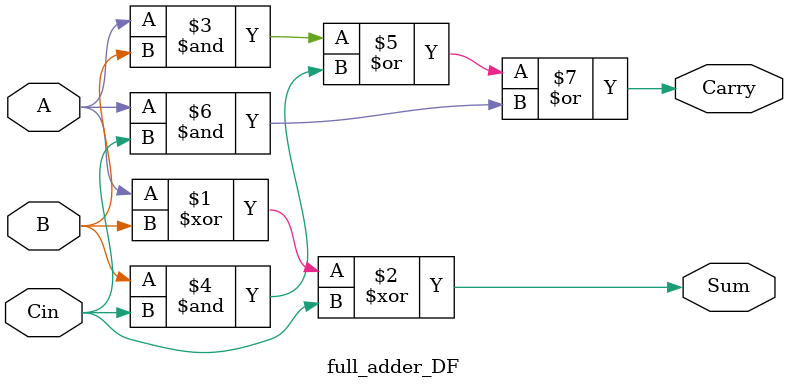
<source format=v>
module full_adder_DF(Sum, Carry, A, B, Cin);
input A, B, Cin;
output wire Sum, Carry;
assign Sum = A ^ B^ Cin; // Assign the value of the xor of the inputs to the Sum.
assign Carry = (A & B) | (B & Cin) | (A & Cin); // Assign the value of the Carry.
						// We Simplified the boolean exprission to get to (A & B) | (B & Cin) | (A & Cin)
endmodule 

</source>
